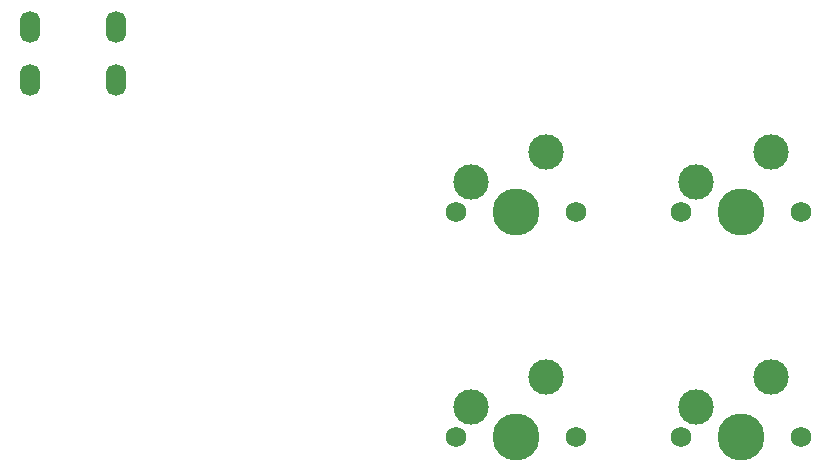
<source format=gts>
%TF.GenerationSoftware,KiCad,Pcbnew,(6.0.0)*%
%TF.CreationDate,2022-02-08T12:16:45+05:30*%
%TF.ProjectId,keebk75pcb,6b656562-6b37-4357-9063-622e6b696361,rev?*%
%TF.SameCoordinates,Original*%
%TF.FileFunction,Soldermask,Top*%
%TF.FilePolarity,Negative*%
%FSLAX46Y46*%
G04 Gerber Fmt 4.6, Leading zero omitted, Abs format (unit mm)*
G04 Created by KiCad (PCBNEW (6.0.0)) date 2022-02-08 12:16:45*
%MOMM*%
%LPD*%
G01*
G04 APERTURE LIST*
%ADD10O,1.700000X2.700000*%
%ADD11C,3.987800*%
%ADD12C,3.000000*%
%ADD13C,1.750000*%
G04 APERTURE END LIST*
D10*
%TO.C,USB1*%
X41381182Y-106508400D03*
X48681182Y-106508400D03*
X48681182Y-102008400D03*
X41381182Y-102008400D03*
%TD*%
D11*
%TO.C,MX2*%
X101606248Y-117725000D03*
D12*
X97796248Y-115185000D03*
X104146248Y-112645000D03*
D13*
X106686248Y-117725000D03*
X96526248Y-117725000D03*
%TD*%
D12*
%TO.C,MX1*%
X78746248Y-115185000D03*
X85096248Y-112645000D03*
D13*
X87636248Y-117725000D03*
D11*
X82556248Y-117725000D03*
D13*
X77476248Y-117725000D03*
%TD*%
%TO.C,MX4*%
X96526248Y-136775000D03*
D11*
X101606248Y-136775000D03*
D13*
X106686248Y-136775000D03*
D12*
X104146248Y-131695000D03*
X97796248Y-134235000D03*
%TD*%
D13*
%TO.C,MX3*%
X87619775Y-136750578D03*
X77459775Y-136750578D03*
D12*
X78729775Y-134210578D03*
D11*
X82539775Y-136750578D03*
D12*
X85079775Y-131670578D03*
%TD*%
M02*

</source>
